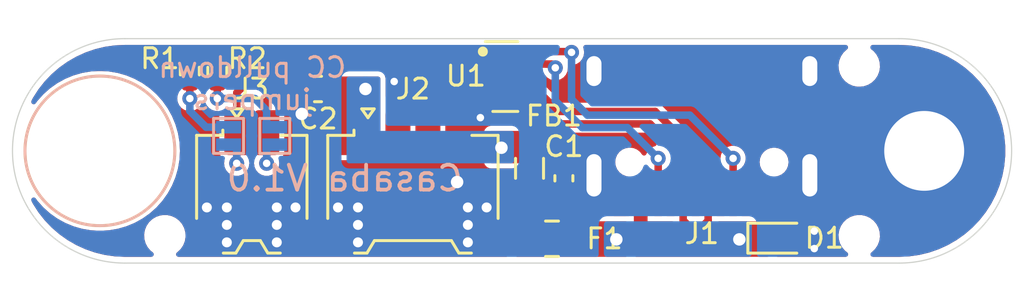
<source format=kicad_pcb>
(kicad_pcb (version 20221018) (generator pcbnew)
  (layers (0 "F.Cu" signal) (31 "B.Cu" signal) (34 "B.Paste" user) (35 "F.Paste" user) (36 "B.SilkS" user "B.Silkscreen") (37 "F.SilkS" user "F.Silkscreen") (38 "B.Mask" user) (39 "F.Mask" user) (44 "Edge.Cuts" user))
  (net 0 "")
  (net 1 "GND")
  (net 2 "VBUS")
  (net 3 "/CC1")
  (net 4 "/D+")
  (net 5 "/D-")
  (net 7 "/CC2")
  (net 9 "+5V")
  (net 10 "Net-(JP1-B)")
  (net 11 "Net-(JP2-B)")
  (net 12 "Net-(C1-Pad2)")
  (footprint "Casaba:JLC Tooling Hole" (layer "F.Cu") (at 47.4 14.6)
    (fp_text reference "H5" hide)
    (fp_text value "JLC Tooling" hide)
    (pad "" np_thru_hole circle (at 0 0) (size 1.152 1.152) (drill 1.152) (layers "F&B.Cu" "*.Mask") (clearance 0.074))
  )
  (footprint "Casaba:JLC Tooling Hole" (layer "F.Cu") (at 47.4 21.4)
    (fp_text reference "H4" hide)
    (fp_text value "JLC Tooling" hide)
    (pad "" np_thru_hole circle (at 0 0) (size 1.152 1.152) (drill 1.152) (layers "F&B.Cu" "*.Mask") (clearance 0.074))
  )
  (footprint "Capacitor_SMD:C_0603_1608Metric" (layer "F.Cu") (at 25.731202 15.518468 180)
    (fp_text reference "C2" (at 0 -1.2 unlocked) (layer "F.SilkS") (effects (font (size 0.8 0.8) (thickness 0.12))))
    (fp_text value "1u")
    (fp_line (start -0.14058 -0.51) (end 0.14058 -0.51) (stroke (width 0.12)) (layer "F.SilkS"))
    (fp_line (start -0.14058 0.51) (end 0.14058 0.51) (stroke (width 0.12)) (layer "F.SilkS"))
    (pad "1" smd roundrect (at -0.775 0 180) (size 0.9 0.95) (layers "F.Cu" "F.Paste" "F.Mask") (net 9 "+5V"))
    (pad "2" smd roundrect (at 0.775 0 180) (size 0.9 0.95) (layers "F.Cu" "F.Paste" "F.Mask") (net 1 "GND"))
  )
  (footprint "MountingHole:MountingHole_3.2mm_M3_Pad" (layer "F.Cu") (at 50 18)
    (fp_text reference "H1" hide)
    (fp_text value "Earth")
    (pad "1" thru_hole circle (at 0 0) (size 6.4 6.4) (drill 3.2) (layers "*.Cu" "*.Mask") (net 1 "GND"))
  )
  (footprint "MountingHole:MountingHole_3.2mm_M3" (layer "F.Cu") (at 17 18 180)
    (fp_text reference "H2" hide)
    (fp_text value "M3")
    (pad "" np_thru_hole circle (at 0 0 180) (size 3.2 3.2) (drill 3.2) (layers "*.Cu" "*.Mask"))
  )
  (footprint "Casaba:USON-10_2.5x1.0mm_P0.5mm" (layer "F.Cu") (at 33.231202 15.018468)
    (fp_text reference "U1" (at -1.581202 -0.018468) (layer "F.SilkS") (effects (font (size 0.8 0.8) (thickness 0.12))))
    (fp_text value "TPD4E05U06DQAR")
    (fp_line (start 0.5 -1.4) (end -0.8 -1.4) (stroke (width 0.12)) (layer "F.SilkS"))
    (fp_line (start 0.5 1.4) (end -0.5 1.4) (stroke (width 0.12)) (layer "F.SilkS"))
    (fp_circle (center -0.9 -1) (end -0.8 -1) (stroke (width 0.2)) (fill none) (layer "F.SilkS"))
    (pad "1" smd rect (at -0.385 -1 270) (size 0.3 0.55) (layers "F.Cu" "F.Paste" "F.Mask") (net 3 "/CC1"))
    (pad "2" smd rect (at -0.385 -0.5 270) (size 0.3 0.55) (layers "F.Cu" "F.Paste" "F.Mask") (net 7 "/CC2"))
    (pad "3" smd rect (at -0.385 0 270) (size 0.3 0.55) (layers "F.Cu" "F.Paste" "F.Mask") (net 1 "GND"))
    (pad "4" smd rect (at -0.385 0.5 270) (size 0.3 0.55) (layers "F.Cu" "F.Paste" "F.Mask") (net 5 "/D-"))
    (pad "5" smd rect (at -0.385 1 270) (size 0.3 0.55) (layers "F.Cu" "F.Paste" "F.Mask") (net 4 "/D+"))
    (pad "6" smd rect (at 0.385 1 270) (size 0.3 0.55) (layers "F.Cu" "F.Paste" "F.Mask") (net 4 "/D+"))
    (pad "7" smd rect (at 0.385 0.5 270) (size 0.3 0.55) (layers "F.Cu" "F.Paste" "F.Mask") (net 5 "/D-"))
    (pad "8" smd rect (at 0.385 0 270) (size 0.3 0.55) (layers "F.Cu" "F.Paste" "F.Mask") (net 1 "GND"))
    (pad "9" smd rect (at 0.385 -0.5 270) (size 0.3 0.55) (layers "F.Cu" "F.Paste" "F.Mask") (net 7 "/CC2"))
    (pad "10" smd rect (at 0.385 -1 270) (size 0.3 0.55) (layers "F.Cu" "F.Paste" "F.Mask") (net 3 "/CC1"))
  )
  (footprint "Resistor_SMD:R_0402_1005Metric" (layer "F.Cu") (at 20.6 14.8 90)
    (fp_text reference "R1" (at 0.5 -1.2 unlocked) (layer "F.SilkS") (effects (font (size 0.8 0.8) (thickness 0.12))))
    (fp_text value "5k1")
    (fp_line (start -0.153641 -0.38) (end 0.153641 -0.38) (stroke (width 0.12)) (layer "F.SilkS"))
    (fp_line (start -0.153641 0.38) (end 0.153641 0.38) (stroke (width 0.12)) (layer "F.SilkS"))
    (pad "1" smd roundrect (at -0.51 0 90) (size 0.54 0.64) (layers "F.Cu" "F.Paste" "F.Mask") (net 10 "Net-(JP1-B)"))
    (pad "2" smd roundrect (at 0.51 0 90) (size 0.54 0.64) (layers "F.Cu" "F.Paste" "F.Mask") (net 1 "GND"))
  )
  (footprint "Resistor_SMD:R_0402_1005Metric" (layer "F.Cu") (at 21.7 14.8 90)
    (fp_text reference "R2" (at 0.5 1.2 unlocked) (layer "F.SilkS") (effects (font (size 0.8 0.8) (thickness 0.12))))
    (fp_text value "5k1")
    (fp_line (start -0.153641 -0.38) (end 0.153641 -0.38) (stroke (width 0.12)) (layer "F.SilkS"))
    (fp_line (start -0.153641 0.38) (end 0.153641 0.38) (stroke (width 0.12)) (layer "F.SilkS"))
    (pad "1" smd roundrect (at -0.51 0 90) (size 0.54 0.64) (layers "F.Cu" "F.Paste" "F.Mask") (net 11 "Net-(JP2-B)"))
    (pad "2" smd roundrect (at 0.51 0 90) (size 0.54 0.64) (layers "F.Cu" "F.Paste" "F.Mask") (net 1 "GND"))
  )
  (footprint "Capacitor_SMD:C_0402_1005Metric" (layer "F.Cu") (at 35.575 19.1 -90)
    (fp_text reference "C1" (at -1.275 0 unlocked) (layer "F.SilkS") (effects (font (size 0.8 0.8) (thickness 0.12))))
    (fp_text value "10n")
    (fp_line (start -0.107836 -0.36) (end 0.107836 -0.36) (stroke (width 0.12)) (layer "F.SilkS"))
    (fp_line (start -0.107836 0.36) (end 0.107836 0.36) (stroke (width 0.12)) (layer "F.SilkS"))
    (pad "1" smd roundrect (at -0.48 0 270) (size 0.56 0.62) (layers "F.Cu" "F.Paste" "F.Mask") (net 1 "GND"))
    (pad "2" smd roundrect (at 0.48 0 270) (size 0.56 0.62) (layers "F.Cu" "F.Paste" "F.Mask") (net 12 "Net-(C1-Pad2)"))
  )
  (footprint "Inductor_SMD:L_0805_2012Metric" (layer "F.Cu") (at 34.2 18.7 -90)
    (fp_text reference "FB1" (at -2.1 -0.975 unlocked) (layer "F.SilkS") (effects (font (size 0.8 0.8) (thickness 0.12))))
    (fp_text value "60R@100MHz")
    (fp_line (start -0.399622 -0.56) (end 0.399622 -0.56) (stroke (width 0.12)) (layer "F.SilkS"))
    (fp_line (start -0.399622 0.56) (end 0.399622 0.56) (stroke (width 0.12)) (layer "F.SilkS"))
    (pad "1" smd roundrect (at -1.0625 0 270) (size 0.875 1.2) (layers "F.Cu" "F.Paste" "F.Mask") (net 9 "+5V"))
    (pad "2" smd roundrect (at 1.0625 0 270) (size 0.875 1.2) (layers "F.Cu" "F.Paste" "F.Mask") (net 12 "Net-(C1-Pad2)"))
  )
  (footprint "Fuse:Fuse_0805_2012Metric" (layer "F.Cu") (at 35.1 21.525 180)
    (fp_text reference "F1" (at -2.1 0) (layer "F.SilkS") (effects (font (size 0.8 0.8) (thickness 0.12))))
    (fp_text value "5V 3A")
    (fp_line (start -0.258578 -0.71) (end 0.258578 -0.71) (stroke (width 0.12)) (layer "F.SilkS"))
    (fp_line (start -0.258578 0.71) (end 0.258578 0.71) (stroke (width 0.12)) (layer "F.SilkS"))
    (pad "1" smd roundrect (at -0.9375 0 180) (size 0.975 1.4) (layers "F.Cu" "F.Paste" "F.Mask") (net 2 "VBUS"))
    (pad "2" smd roundrect (at 0.9375 0 180) (size 0.975 1.4) (layers "F.Cu" "F.Paste" "F.Mask") (net 12 "Net-(C1-Pad2)"))
  )
  (footprint "Diode_SMD:D_SOD-523" (layer "F.Cu") (at 44.2 21.5)
    (fp_text reference "D1" (at 1.8 0 unlocked) (layer "F.SilkS") (effects (font (size 0.8 0.8) (thickness 0.12))))
    (fp_text value "5V")
    (fp_line (start -1.26 -0.6) (end -1.26 0.6) (stroke (width 0.12)) (layer "F.SilkS"))
    (fp_line (start 0.7 -0.6) (end -1.26 -0.6) (stroke (width 0.12)) (layer "F.SilkS"))
    (fp_line (start 0.7 0.6) (end -1.26 0.6) (stroke (width 0.12)) (layer "F.SilkS"))
    (pad "1" smd roundrect (at -0.7 0 180) (size 0.6 0.7) (layers "F.Cu" "F.Paste" "F.Mask") (net 2 "VBUS"))
    (pad "2" smd roundrect (at 0.7 0 180) (size 0.6 0.7) (layers "F.Cu" "F.Paste" "F.Mask") (net 1 "GND"))
  )
  (footprint "Casaba:Molex_Pico-EZmate_78171-0002_1x02-1MP_P1.20mm_Vertical" (layer "F.Cu") (at 23.081202 19.468468)
    (fp_text reference "J3" (at 0 -3.95 unlocked) (layer "F.SilkS") (effects (font (size 0.8 0.8) (thickness 0.12))))
    (fp_text value "78171-0002")
    (fp_line (start -2.21 -2.09) (end -1.16 -2.09) (stroke (width 0.12)) (layer "F.SilkS"))
    (fp_line (start -2.21 1.24) (end -2.21 -2.09) (stroke (width 0.12)) (layer "F.SilkS"))
    (fp_line (start -1.16 -2.09) (end -1.16 -2.3) (stroke (width 0.12)) (layer "F.SilkS"))
    (fp_line (start -1.14 2.63) (end -0.64 2.63) (stroke (width 0.12)) (layer "F.SilkS"))
    (fp_line (start -0.85 -3.153553) (end -0.6 -2.8) (stroke (width 0.12)) (layer "F.SilkS"))
    (fp_line (start -0.64 2.63) (end -0.34 2.13) (stroke (width 0.12)) (layer "F.SilkS"))
    (fp_line (start -0.6 -2.8) (end -0.35 -3.153553) (stroke (width 0.12)) (layer "F.SilkS"))
    (fp_line (start -0.35 -3.153553) (end -0.85 -3.153553) (stroke (width 0.12)) (layer "F.SilkS"))
    (fp_line (start -0.34 2.13) (end 0.34 2.13) (stroke (width 0.12)) (layer "F.SilkS"))
    (fp_line (start 0.34 2.13) (end 0.64 2.63) (stroke (width 0.12)) (layer "F.SilkS"))
    (fp_line (start 0.64 2.63) (end 1.14 2.63) (stroke (width 0.12)) (layer "F.SilkS"))
    (fp_line (start 2.21 -2.09) (end 1.16 -2.09) (stroke (width 0.12)) (layer "F.SilkS"))
    (fp_line (start 2.21 1.24) (end 2.21 -2.09) (stroke (width 0.12)) (layer "F.SilkS"))
    (pad "1" smd roundrect (at -0.6 -2.2) (size 1 1.8) (layers "F.Cu") (roundrect_rratio 0.166667) (net 3 "/CC1"))
    (pad "2" smd roundrect (at 0.6 -2.2) (size 1 1.8) (layers "F.Cu") (roundrect_rratio 0.166667) (net 7 "/CC2"))
    (pad "MP" thru_hole circle (at -1.8 0.8) (size 0.6 0.6) (drill 0.4) (layers "*.Cu") (net 1 "GND"))
    (pad "MP" smd roundrect (at -1.375 1.5) (size 1.45 2) (layers "F.Cu") (roundrect_rratio 0.06896551724) (net 1 "GND"))
    (pad "MP" smd roundrect (at -1.375 1.5) (size 1.45 2) (layers "B.Cu") (roundrect_rratio 0.06896551724) (net 1 "GND"))
    (pad "MP" thru_hole circle (at -1 0.8) (size 0.6 0.6) (drill 0.4) (layers "*.Cu") (net 1 "GND"))
    (pad "MP" thru_hole circle (at -1 1.5) (size 0.6 0.6) (drill 0.4) (layers "*.Cu") (net 1 "GND"))
    (pad "MP" thru_hole circle (at -1 2.2) (size 0.6 0.6) (drill 0.4) (layers "*.Cu") (net 1 "GND"))
    (pad "MP" thru_hole circle (at 1 0.8) (size 0.6 0.6) (drill 0.4) (layers "*.Cu") (net 1 "GND"))
    (pad "MP" thru_hole circle (at 1 1.5) (size 0.6 0.6) (drill 0.4) (layers "*.Cu") (net 1 "GND"))
    (pad "MP" thru_hole circle (at 1 2.2) (size 0.6 0.6) (drill 0.4) (layers "*.Cu") (net 1 "GND"))
    (pad "MP" smd roundrect (at 1.375 1.5) (size 1.45 2) (layers "F.Cu") (roundrect_rratio 0.06896551724) (net 1 "GND"))
    (pad "MP" smd roundrect (at 1.375 1.5) (size 1.45 2) (layers "B.Cu") (roundrect_rratio 0.06896551724) (net 1 "GND"))
    (pad "MP" thru_hole circle (at 1.75 0.8) (size 0.6 0.6) (drill 0.4) (layers "*.Cu") (net 1 "GND"))
  )
  (footprint "Casaba:HRO-TYPE-C-31-M-12" (layer "F.Cu") (at 41.1 12.2 180)
    (fp_text reference "J1" (at 0 -9.118468 unlocked) (layer "F.SilkS") (effects (font (size 0.8 0.8) (thickness 0.12))))
    (fp_text value "USB_C_Receptacle_USB2.0" hide)
    (pad "" np_thru_hole circle (at -2.89 -6.25 180) (size 0.65 0.65) (drill 0.65) (layers "*.Cu" "*.Mask"))
    (pad "" np_thru_hole circle (at 2.89 -6.25 180) (size 0.65 0.65) (drill 0.65) (layers "*.Cu" "*.Mask"))
    (pad "A1" smd rect (at -3.225 -7.695 180) (size 0.6 1.45) (layers "F.Cu" "F.Paste" "F.Mask") (net 1 "GND"))
    (pad "A4" smd rect (at -2.45 -7.695 180) (size 0.6 1.45) (layers "F.Cu" "F.Paste" "F.Mask") (net 2 "VBUS"))
    (pad "A5" smd rect (at -1.25 -7.695 180) (size 0.3 1.45) (layers "F.Cu" "F.Paste" "F.Mask") (net 3 "/CC1"))
    (pad "A6" smd rect (at -0.25 -7.695 180) (size 0.3 1.45) (layers "F.Cu" "F.Paste" "F.Mask") (net 4 "/D+"))
    (pad "A7" smd rect (at 0.25 -7.695 180) (size 0.3 1.45) (layers "F.Cu" "F.Paste" "F.Mask") (net 5 "/D-"))
    (pad "A8" smd rect (at 1.25 -7.695 180) (size 0.3 1.45) (layers "F.Cu" "F.Paste" "F.Mask"))
    (pad "A9" smd rect (at 2.45 -7.695 180) (size 0.6 1.45) (layers "F.Cu" "F.Paste" "F.Mask") (net 2 "VBUS"))
    (pad "A12" smd rect (at 3.225 -7.695 180) (size 0.6 1.45) (layers "F.Cu" "F.Paste" "F.Mask") (net 1 "GND"))
    (pad "B5" smd rect (at 1.75 -7.695 180) (size 0.3 1.45) (layers "F.Cu" "F.Paste" "F.Mask") (net 7 "/CC2"))
    (pad "B6" smd rect (at 0.75 -7.695 180) (size 0.3 1.45) (layers "F.Cu" "F.Paste" "F.Mask") (net 4 "/D+"))
    (pad "B7" smd rect (at -0.75 -7.695 180) (size 0.3 1.45) (layers "F.Cu" "F.Paste" "F.Mask") (net 5 "/D-"))
    (pad "B8" smd rect (at -1.75 -7.695 180) (size 0.3 1.45) (layers "F.Cu" "F.Paste" "F.Mask"))
    (pad "S1" thru_hole oval (at -4.32 -6.78 180) (size 1 2.1) (drill oval 0.6 1.7) (layers "*.Cu" "*.Mask") (net 1 "GND"))
    (pad "S1" thru_hole oval (at -4.32 -2.6 180) (size 1 1.6) (drill oval 0.6 1.2) (layers "*.Cu" "*.Mask") (net 1 "GND"))
    (pad "S1" thru_hole oval (at 4.32 -6.78 180) (size 1 2.1) (drill oval 0.6 1.7) (layers "*.Cu" "*.Mask") (net 1 "GND"))
    (pad "S1" thru_hole oval (at 4.32 -2.6 180) (size 1 1.6) (drill oval 0.6 1.2) (layers "*.Cu" "*.Mask") (net 1 "GND"))
  )
  (footprint "Casaba:Molex_Pico-EZmate_78171-0004_1x04-1MP_P1.20mm_Vertical" (layer "F.Cu") (at 29.531202 19.468468)
    (fp_text reference "J2" (at 0 -3.95 unlocked) (layer "F.SilkS") (effects (font (size 0.8 0.8) (thickness 0.12))))
    (fp_text value "78171-0004")
    (fp_line (start -3.41 -2.09) (end -2.36 -2.09) (stroke (width 0.12)) (layer "F.SilkS"))
    (fp_line (start -3.41 1.24) (end -3.41 -2.09) (stroke (width 0.12)) (layer "F.SilkS"))
    (fp_line (start -2.36 -2.09) (end -2.36 -2.3) (stroke (width 0.12)) (layer "F.SilkS"))
    (fp_line (start -2.34 2.63) (end -1.84 2.63) (stroke (width 0.12)) (layer "F.SilkS"))
    (fp_line (start -2.05 -3.153553) (end -1.8 -2.8) (stroke (width 0.12)) (layer "F.SilkS"))
    (fp_line (start -1.84 2.63) (end -1.54 2.13) (stroke (width 0.12)) (layer "F.SilkS"))
    (fp_line (start -1.8 -2.8) (end -1.55 -3.153553) (stroke (width 0.12)) (layer "F.SilkS"))
    (fp_line (start -1.55 -3.153553) (end -2.05 -3.153553) (stroke (width 0.12)) (layer "F.SilkS"))
    (fp_line (start -1.54 2.13) (end 1.54 2.13) (stroke (width 0.12)) (layer "F.SilkS"))
    (fp_line (start 1.54 2.13) (end 1.84 2.63) (stroke (width 0.12)) (layer "F.SilkS"))
    (fp_line (start 1.84 2.63) (end 2.34 2.63) (stroke (width 0.12)) (layer "F.SilkS"))
    (fp_line (start 3.41 -2.09) (end 2.36 -2.09) (stroke (width 0.12)) (layer "F.SilkS"))
    (fp_line (start 3.41 1.24) (end 3.41 -2.09) (stroke (width 0.12)) (layer "F.SilkS"))
    (pad "1" smd roundrect (at -1.8 -2.2) (size 1 1.8) (layers "F.Cu") (roundrect_rratio 0.166667) (net 9 "+5V"))
    (pad "2" smd roundrect (at -0.6 -2.2) (size 1 1.8) (layers "F.Cu") (roundrect_rratio 0.166667) (net 5 "/D-"))
    (pad "3" smd roundrect (at 0.6 -2.2) (size 1 1.8) (layers "F.Cu") (roundrect_rratio 0.166667) (net 4 "/D+"))
    (pad "4" smd roundrect (at 1.8 -2.2) (size 1 1.8) (layers "F.Cu") (roundrect_rratio 0.166667) (net 1 "GND"))
    (pad "MP" thru_hole circle (at -3 0.8) (size 0.6 0.6) (drill 0.4) (layers "*.Cu") (net 1 "GND"))
    (pad "MP" smd roundrect (at -2.575 1.5) (size 1.45 2) (layers "F.Cu") (roundrect_rratio 0.06896551724) (net 1 "GND"))
    (pad "MP" smd roundrect (at -2.575 1.5) (size 1.45 2) (layers "B.Cu") (roundrect_rratio 0.06896551724) (net 1 "GND"))
    (pad "MP" thru_hole circle (at -2.2 0.8) (size 0.6 0.6) (drill 0.4) (layers "*.Cu") (net 1 "GND"))
    (pad "MP" thru_hole circle (at -2.2 1.5) (size 0.6 0.6) (drill 0.4) (layers "*.Cu") (net 1 "GND"))
    (pad "MP" thru_hole circle (at -2.2 2.2) (size 0.6 0.6) (drill 0.4) (layers "*.Cu") (net 1 "GND"))
    (pad "MP" thru_hole circle (at 2.2 0.8) (size 0.6 0.6) (drill 0.4) (layers "*.Cu") (net 1 "GND"))
    (pad "MP" thru_hole circle (at 2.2 1.5) (size 0.6 0.6) (drill 0.4) (layers "*.Cu") (net 1 "GND"))
    (pad "MP" thru_hole circle (at 2.2 2.2) (size 0.6 0.6) (drill 0.4) (layers "*.Cu") (net 1 "GND"))
    (pad "MP" smd roundrect (at 2.575 1.5) (size 1.45 2) (layers "F.Cu") (roundrect_rratio 0.06896551724) (net 1 "GND"))
    (pad "MP" smd roundrect (at 2.575 1.5) (size 1.45 2) (layers "B.Cu") (roundrect_rratio 0.06896551724) (net 1 "GND"))
    (pad "MP" thru_hole circle (at 2.95 0.8) (size 0.6 0.6) (drill 0.4) (layers "*.Cu") (net 1 "GND"))
  )
  (footprint "Casaba:Ariamelon_Logo-CU" (layer "B.Cu") (at 26.7 20.9 180)
    (fp_text reference "A1" hide)
    (fp_text value "Ariamelon Logo" hide)
  )
  (footprint "Casaba:SolderJumper-2_P1.3mm_Open_Pad0.5x1.0mm" (layer "B.Cu") (at 22.15 17.4 90)
    (fp_text reference "JP1" hide)
    (fp_text value "CC1_5K1" hide)
    (fp_line (start -0.7 -0.6) (end -0.7 0.6) (stroke (width 0.12)) (layer "B.SilkS"))
    (fp_line (start -0.7 0.6) (end 0.7 0.6) (stroke (width 0.12)) (layer "B.SilkS"))
    (fp_line (start 0.7 -0.6) (end -0.7 -0.6) (stroke (width 0.12)) (layer "B.SilkS"))
    (fp_line (start 0.7 -0.6) (end 0.7 0.6) (stroke (width 0.12)) (layer "B.SilkS"))
    (pad "1" smd rect (at -0.35 0 90) (size 0.5 1) (layers "B.Cu" "B.Mask") (net 3 "/CC1"))
    (pad "2" smd rect (at 0.35 0 90) (size 0.5 1) (layers "B.Cu" "B.Mask") (net 10 "Net-(JP1-B)"))
  )
  (footprint "Casaba:SolderJumper-2_P1.3mm_Open_Pad0.5x1.0mm" (layer "B.Cu") (at 24 17.4 90)
    (fp_text reference "JP2" hide)
    (fp_text value "CC2_5K1" hide)
    (fp_line (start -0.7 -0.6) (end -0.7 0.6) (stroke (width 0.12)) (layer "B.SilkS"))
    (fp_line (start -0.7 0.6) (end 0.7 0.6) (stroke (width 0.12)) (layer "B.SilkS"))
    (fp_line (start 0.7 -0.6) (end -0.7 -0.6) (stroke (width 0.12)) (layer "B.SilkS"))
    (fp_line (start 0.7 -0.6) (end 0.7 0.6) (stroke (width 0.12)) (layer "B.SilkS"))
    (pad "1" smd rect (at -0.35 0 90) (size 0.5 1) (layers "B.Cu" "B.Mask") (net 7 "/CC2"))
    (pad "2" smd rect (at 0.35 0 90) (size 0.5 1) (layers "B.Cu" "B.Mask") (net 11 "Net-(JP2-B)"))
  )
  (footprint "Casaba:JLC Tooling Hole" (layer "B.Cu") (at 19.6 21.4 180)
    (fp_text reference "H3" hide)
    (fp_text value "JLC Tooling" hide)
    (pad "" np_thru_hole circle (at 0 0 180) (size 1.152 1.152) (drill 1.152) (layers "F&B.Cu" "*.Mask") (clearance 0.074))
  )
  (gr_circle (center 17 18) (end 20 18) (stroke (width 0.12)) (fill none) (layer "B.SilkS"))
  (gr_circle (center 17 18) (end 20 18) (stroke (width 0.12)) (fill none) (layer "F.SilkS"))
  (gr_line (start 18 22.500001) (end 49 22.5) (stroke (width 0.05)) (layer "Edge.Cuts"))
  (gr_arc (start 18 22.500001) (mid 13.499999 18) (end 18 13.499999) (stroke (width 0.05)) (layer "Edge.Cuts"))
  (gr_line (start 49 13.5) (end 18 13.499999) (stroke (width 0.05)) (layer "Edge.Cuts"))
  (gr_arc (start 49 13.5) (mid 53.5 17.999998) (end 49 22.5) (stroke (width 0.05)) (layer "Edge.Cuts"))
  (gr_text "Casaba V1.0" (at 26.8 19.1) (layer "B.SilkS") (effects (font (size 1 1)) (justify mirror)))
  (gr_text "CC pulldown\njumpers" (at 23.1 15.3) (layer "B.SilkS") (effects (font (size 0.8 0.8) (thickness 0.12)) (justify mirror)))
  (via (at 45.6 21.218468) (size 0.6) (drill 0.3) (layers "F.Cu" "B.Cu") (net 1))
  (via (at 31.3 19.25) (size 1) (drill 0.5) (layers "F.Cu" "B.Cu") (net 1))
  (via (at 25.081202 16.518468) (size 1) (drill 0.5) (layers "F.Cu" "B.Cu") (net 1))
  (via (at 28.781202 15.218468) (size 0.6) (drill 0.3) (layers "F.Cu" "B.Cu") (net 1))
  (via (at 32.231202 16.668468) (size 0.6) (drill 0.3) (layers "F.Cu" "B.Cu") (net 1))
  (via (at 45.6 21.918468) (size 0.6) (drill 0.3) (layers "F.Cu" "B.Cu") (net 1))
  (segment (start 50 15.4) (end 50 18) (width 0.7) (layer "B.Cu") (net 1))
  (via (at 42.6 21.55) (size 1) (drill 0.5) (layers "F.Cu" "B.Cu") (net 2))
  (via (at 37.675 21.55) (size 1) (drill 0.5) (layers "F.Cu" "B.Cu") (net 2))
  (segment (start 22.481202 17.268468) (end 22.481202 18.493798) (width 0.3) (layer "F.Cu") (net 3))
  (segment (start 22.481202 15.668468) (end 22.481202 17.268468) (width 0.3) (layer "F.Cu") (net 3))
  (segment (start 33.616202 14.018468) (end 32.846202 14.018468) (width 0.3) (layer "F.Cu") (net 3))
  (segment (start 35.85017 14.018468) (end 35.881202 14.0495) (width 0.3) (layer "F.Cu") (net 3))
  (segment (start 32.846202 14.018468) (end 24.131202 14.018468) (width 0.3) (layer "F.Cu") (net 3))
  (segment (start 42.35 18.300001) (end 42.350001 18.3) (width 0.3) (layer "F.Cu") (net 3))
  (segment (start 42.35 19.895) (end 42.35 18.300001) (width 0.3) (layer "F.Cu") (net 3))
  (segment (start 24.131202 14.018468) (end 22.481202 15.668468) (width 0.3) (layer "F.Cu") (net 3))
  (segment (start 22.481202 18.493798) (end 22.475 18.5) (width 0.3) (layer "F.Cu") (net 3))
  (segment (start 33.616202 14.018468) (end 35.85017 14.018468) (width 0.3) (layer "F.Cu") (net 3))
  (via (at 35.881202 14.0495) (size 0.6) (drill 0.3) (layers "F.Cu" "B.Cu") (net 3))
  (via (at 42.350001 18.3) (size 0.6) (drill 0.3) (layers "F.Cu" "B.Cu") (net 3))
  (via (at 22.475 18.5) (size 0.6) (drill 0.3) (layers "F.Cu" "B.Cu") (net 3))
  (segment (start 35.881202 15.931202) (end 35.881202 14.0495) (width 0.3) (layer "B.Cu") (net 3))
  (segment (start 42.350001 18.3) (end 40.618469 16.568468) (width 0.3) (layer "B.Cu") (net 3))
  (segment (start 22.475 18.5) (end 22.475 17.75) (width 0.3) (layer "B.Cu") (net 3))
  (segment (start 40.618469 16.568468) (end 36.518468 16.568468) (width 0.3) (layer "B.Cu") (net 3))
  (segment (start 36.518468 16.568468) (end 35.881202 15.931202) (width 0.3) (layer "B.Cu") (net 3))
  (segment (start 39.024096 16.918468) (end 34.881202 16.918468) (width 0.3) (layer "F.Cu") (net 4))
  (segment (start 34.881202 16.918468) (end 33.981202 16.018468) (width 0.3) (layer "F.Cu") (net 4))
  (segment (start 33.981202 16.018468) (end 30.281202 16.018468) (width 0.3) (layer "F.Cu") (net 4))
  (segment (start 41.35 19.895) (end 41.35 20.79967) (width 0.3) (layer "F.Cu") (net 4))
  (segment (start 30.131202 16.168468) (end 30.131202 17.168468) (width 0.3) (layer "F.Cu") (net 4))
  (segment (start 40.35 19.895) (end 40.35 18.244372) (width 0.3) (layer "F.Cu") (net 4))
  (segment (start 41.131202 21.018468) (end 40.581202 21.018468) (width 0.3) (layer "F.Cu") (net 4))
  (segment (start 40.35 18.244372) (end 39.024096 16.918468) (width 0.3) (layer "F.Cu") (net 4))
  (segment (start 40.581202 21.018468) (end 40.35 20.787266) (width 0.3) (layer "F.Cu") (net 4))
  (segment (start 41.35 20.79967) (end 41.131202 21.018468) (width 0.3) (layer "F.Cu") (net 4))
  (segment (start 30.281202 16.018468) (end 30.131202 16.168468) (width 0.3) (layer "F.Cu") (net 4))
  (segment (start 40.35 20.787266) (end 40.35 19.895) (width 0.3) (layer "F.Cu") (net 4))
  (segment (start 32.846202 15.518468) (end 29.431202 15.518468) (width 0.3) (layer "F.Cu") (net 5))
  (segment (start 40.85 18.768468) (end 40.85 18.037266) (width 0.3) (layer "F.Cu") (net 5))
  (segment (start 40.85 19.895) (end 40.85 18.768468) (width 0.3) (layer "F.Cu") (net 5))
  (segment (start 41.85 18.987266) (end 41.631202 18.768468) (width 0.3) (layer "F.Cu") (net 5))
  (segment (start 41.85 19.895) (end 41.85 18.987266) (width 0.3) (layer "F.Cu") (net 5))
  (segment (start 34.453388 15.518468) (end 33.616202 15.518468) (width 0.3) (layer "F.Cu") (net 5))
  (segment (start 39.231202 16.418468) (end 35.353388 16.418468) (width 0.3) (layer "F.Cu") (net 5))
  (segment (start 29.431202 15.518468) (end 28.931202 16.018468) (width 0.3) (layer "F.Cu") (net 5))
  (segment (start 40.85 18.037266) (end 39.231202 16.418468) (width 0.3) (layer "F.Cu") (net 5))
  (segment (start 41.631202 18.768468) (end 40.85 18.768468) (width 0.3) (layer "F.Cu") (net 5))
  (segment (start 28.931202 16.018468) (end 28.931202 17.268468) (width 0.3) (layer "F.Cu") (net 5))
  (segment (start 35.353388 16.418468) (end 34.453388 15.518468) (width 0.3) (layer "F.Cu") (net 5))
  (segment (start 33.616202 15.518468) (end 32.846202 15.518468) (width 0.3) (layer "F.Cu") (net 5))
  (segment (start 39.35 19.895) (end 39.35 18.3) (width 0.3) (layer "F.Cu") (net 7))
  (segment (start 34.881202 14.518468) (end 35.081202 14.518468) (width 0.3) (layer "F.Cu") (net 7))
  (segment (start 24.338308 14.518468) (end 23.681202 15.175574) (width 0.3) (layer "F.Cu") (net 7))
  (segment (start 32.846202 14.518468) (end 24.338308 14.518468) (width 0.3) (layer "F.Cu") (net 7))
  (segment (start 23.681202 15.175574) (end 23.681202 17.268468) (width 0.3) (layer "F.Cu") (net 7))
  (segment (start 23.681202 18.493798) (end 23.675 18.5) (width 0.3) (layer "F.Cu") (net 7))
  (segment (start 35.081202 14.518468) (end 35.231202 14.668468) (width 0.3) (layer "F.Cu") (net 7))
  (segment (start 33.616202 14.518468) (end 32.846202 14.518468) (width 0.3) (layer "F.Cu") (net 7))
  (segment (start 33.616202 14.518468) (end 34.881202 14.518468) (width 0.3) (layer "F.Cu") (net 7))
  (segment (start 23.681202 17.268468) (end 23.681202 18.493798) (width 0.3) (layer "F.Cu") (net 7))
  (via (at 23.675 18.5) (size 0.6) (drill 0.3) (layers "F.Cu" "B.Cu") (net 7))
  (via (at 35.231202 14.668468) (size 0.6) (drill 0.3) (layers "F.Cu" "B.Cu") (net 7))
  (via (at 39.35 18.3) (size 0.6) (drill 0.3) (layers "F.Cu" "B.Cu") (net 7))
  (segment (start 39.35 18.3) (end 38.118468 17.068468) (width 0.3) (layer "B.Cu") (net 7))
  (segment (start 23.675 18.5) (end 23.675 17.75) (width 0.3) (layer "B.Cu") (net 7))
  (segment (start 35.231202 15.988308) (end 35.231202 14.668468) (width 0.3) (layer "B.Cu") (net 7))
  (segment (start 38.118468 17.068468) (end 36.311362 17.068468) (width 0.3) (layer "B.Cu") (net 7))
  (segment (start 36.311362 17.068468) (end 35.231202 15.988308) (width 0.3) (layer "B.Cu") (net 7))
  (via (at 27.631202 15.518468) (size 1) (drill 0.5) (layers "F.Cu" "B.Cu") (net 9))
  (via (at 33.075 17.875) (size 1) (drill 0.5) (layers "F.Cu" "B.Cu") (net 9))
  (segment (start 20.6 15.31) (end 20.6 15.9) (width 0.3) (layer "F.Cu") (net 10))
  (via (at 20.6 15.9) (size 0.6) (drill 0.3) (layers "F.Cu" "B.Cu") (net 10))
  (segment (start 22.15 17.05) (end 21.25 17.05) (width 0.3) (layer "B.Cu") (net 10))
  (segment (start 20.6 16.4) (end 21.25 17.05) (width 0.3) (layer "B.Cu") (net 10))
  (segment (start 20.6 15.9) (end 20.6 16.4) (width 0.3) (layer "B.Cu") (net 10))
  (segment (start 21.7 15.31) (end 21.7 15.9) (width 0.3) (layer "F.Cu") (net 11))
  (via (at 21.7 15.9) (size 0.6) (drill 0.3) (layers "F.Cu" "B.Cu") (net 11))
  (segment (start 23.675 16.375) (end 23.675 17.05) (width 0.3) (layer "B.Cu") (net 11))
  (segment (start 23.2 15.9) (end 23.675 16.375) (width 0.3) (layer "B.Cu") (net 11))
  (segment (start 21.7 15.9) (end 23.2 15.9) (width 0.3) (layer "B.Cu") (net 11))
  (zone (net 2) (net_name "VBUS") (layer "F.Cu") (priority 5) (connect_pads yes (clearance 0.2)) (min_thickness 0.25) (fill yes (thermal_gap 0.5) (thermal_bridge_width 0.5))
    (polygon (pts (xy 38.175 22.5) (xy 35.225 22.5) (xy 35.225 20.825) (xy 38.175 20.825)))
  )
  (zone (net 9) (net_name "+5V") (layer "F.Cu") (priority 3) (connect_pads yes (clearance 0.2)) (min_thickness 0.2) (fill yes (thermal_gap 0.25) (thermal_bridge_width 0.25))
    (polygon (pts (xy 28.231202 15.018468) (xy 26.031202 15.018468) (xy 26.031202 18.168468) (xy 28.231202 18.168468)))
  )
  (zone (net 2) (net_name "VBUS") (layer "F.Cu") (priority 1) (connect_pads yes (clearance 0.2)) (min_thickness 0.2) (fill yes (thermal_gap 0.25) (thermal_bridge_width 0.25))
    (polygon (pts (xy 43.825 19.168468) (xy 43.825 22.518468) (xy 38.375 22.5) (xy 38.375 19.168468) (xy 38.925 19.168468) (xy 38.925 20.825) (xy 43.275 20.825) (xy 43.275 19.168468)))
  )
  (zone (net 9) (net_name "+5V") (layer "F.Cu") (priority 2) (connect_pads yes (clearance 0.2)) (min_thickness 0.2) (fill yes (thermal_gap 0.25) (thermal_bridge_width 0.25))
    (polygon (pts (xy 34.806202 17.2) (xy 32.575 17.2) (xy 32.575 18.5) (xy 34.806202 18.5)))
  )
  (zone (net 12) (net_name "Net-(C1-Pad2)") (layer "F.Cu") (priority 6) (connect_pads yes (clearance 0.2)) (min_thickness 0.25) (fill yes (thermal_gap 0.5) (thermal_bridge_width 0.5))
    (polygon (pts (xy 33.575 22.5) (xy 33.575 19.3) (xy 35.9 19.3) (xy 35.9 20.6) (xy 34.975 20.6) (xy 34.975 22.5)))
  )
  (zone (net 1) (net_name "GND") (layers "F&B.Cu") (connect_pads yes (clearance 0.2)) (min_thickness 0.2) (fill yes (thermal_gap 0.25) (thermal_bridge_width 0.25))
    (polygon (pts (xy 54 22.9225) (xy 13 23) (xy 13 13) (xy 54 12.9225)))
  )
  (zone (net 9) (net_name "+5V") (layer "B.Cu") (priority 2) (connect_pads yes (clearance 0.2)) (min_thickness 0.2) (fill yes (thermal_gap 0.25) (thermal_bridge_width 0.25))
    (polygon (pts (xy 33.575 17.2) (xy 28.231202 17.2) (xy 28.231202 15.018468) (xy 26.875 15.018468) (xy 26.875 18.5) (xy 33.575 18.5)))
  )
  (zone (net 2) (net_name "VBUS") (layer "B.Cu") (priority 4) (connect_pads (clearance 0.2)) (min_thickness 0.25) (fill yes (thermal_gap 0.5) (thermal_bridge_width 0.5))
    (polygon (pts (xy 43.1 22.5) (xy 43.1 20.825) (xy 37.175 20.825) (xy 37.175 22.5)))
  )
)
</source>
